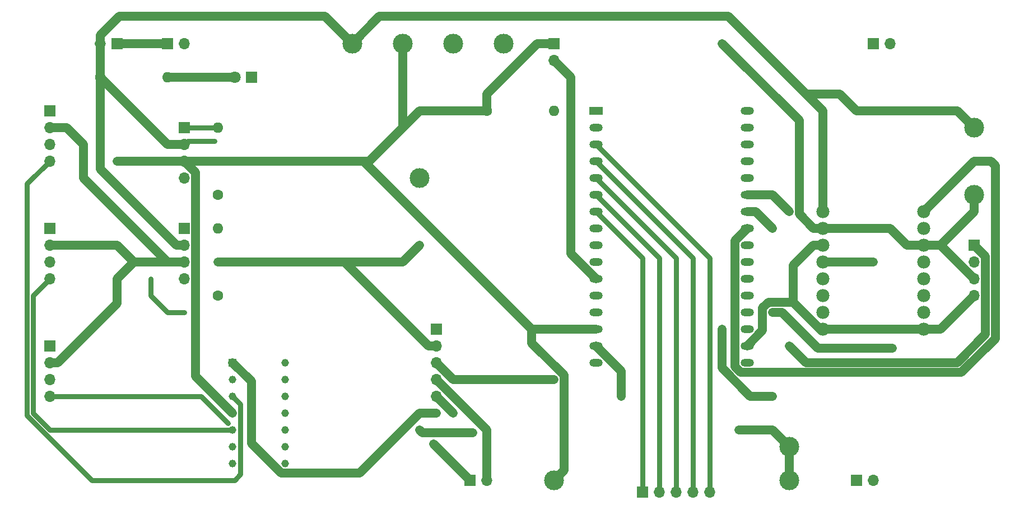
<source format=gtl>
%TF.GenerationSoftware,KiCad,Pcbnew,8.0.7*%
%TF.CreationDate,2025-09-21T15:12:51-04:00*%
%TF.ProjectId,buzzcar_main,62757a7a-6361-4725-9f6d-61696e2e6b69,rev?*%
%TF.SameCoordinates,Original*%
%TF.FileFunction,Copper,L1,Top*%
%TF.FilePolarity,Positive*%
%FSLAX46Y46*%
G04 Gerber Fmt 4.6, Leading zero omitted, Abs format (unit mm)*
G04 Created by KiCad (PCBNEW 8.0.7) date 2025-09-21 15:12:51*
%MOMM*%
%LPD*%
G01*
G04 APERTURE LIST*
%TA.AperFunction,ComponentPad*%
%ADD10R,2.000000X1.200000*%
%TD*%
%TA.AperFunction,ComponentPad*%
%ADD11O,2.000000X1.200000*%
%TD*%
%TA.AperFunction,ComponentPad*%
%ADD12C,1.600000*%
%TD*%
%TA.AperFunction,ComponentPad*%
%ADD13O,1.600000X1.600000*%
%TD*%
%TA.AperFunction,ComponentPad*%
%ADD14R,1.700000X1.700000*%
%TD*%
%TA.AperFunction,ComponentPad*%
%ADD15O,1.700000X1.700000*%
%TD*%
%TA.AperFunction,ComponentPad*%
%ADD16R,1.800000X1.800000*%
%TD*%
%TA.AperFunction,ComponentPad*%
%ADD17C,1.800000*%
%TD*%
%TA.AperFunction,ComponentPad*%
%ADD18C,3.000000*%
%TD*%
%TA.AperFunction,ComponentPad*%
%ADD19R,1.170000X1.170000*%
%TD*%
%TA.AperFunction,ComponentPad*%
%ADD20C,1.170000*%
%TD*%
%TA.AperFunction,ComponentPad*%
%ADD21C,1.980000*%
%TD*%
%TA.AperFunction,ViaPad*%
%ADD22C,0.600000*%
%TD*%
%TA.AperFunction,Conductor*%
%ADD23C,1.370000*%
%TD*%
%TA.AperFunction,Conductor*%
%ADD24C,0.780000*%
%TD*%
G04 APERTURE END LIST*
D10*
%TO.P,U1,1,3V3*%
%TO.N,unconnected-(U1-3V3-Pad1)*%
X107950000Y-33020000D03*
D11*
%TO.P,U1,2,EN/RESET*%
%TO.N,Net-(U1-EN{slash}RESET)*%
X107950000Y-35560000D03*
%TO.P,U1,3,GPIO4/MTMS*%
%TO.N,Net-(J12-Pin_5)*%
X107950000Y-38100000D03*
%TO.P,U1,4,GPIO5/MTDI*%
%TO.N,Net-(J12-Pin_4)*%
X107950000Y-40640000D03*
%TO.P,U1,5,GPIO6*%
%TO.N,Net-(J12-Pin_3)*%
X107950000Y-43180000D03*
%TO.P,U1,6,GPIO7*%
%TO.N,Net-(J12-Pin_2)*%
X107950000Y-45720000D03*
%TO.P,U1,7,GPIO0*%
%TO.N,Net-(J12-Pin_1)*%
X107950000Y-48260000D03*
%TO.P,U1,8,GPIO1*%
%TO.N,/sens_c*%
X107950000Y-50800000D03*
%TO.P,U1,9,GPIO8/BOOT*%
%TO.N,unconnected-(U1-GPIO8{slash}BOOT-Pad9)*%
X107950000Y-53340000D03*
%TO.P,U1,10,GPIO10*%
%TO.N,unconnected-(U1-GPIO10-Pad10)*%
X107950000Y-55880000D03*
%TO.P,U1,11,GPIO11*%
%TO.N,Net-(U1-GPIO11)*%
X107950000Y-58420000D03*
%TO.P,U1,12,GPIO2*%
%TO.N,/sens_b*%
X107950000Y-60960000D03*
%TO.P,U1,13,GPIO3*%
%TO.N,/sens_a*%
X107950000Y-63500000D03*
%TO.P,U1,14,5V*%
%TO.N,+5V*%
X107950000Y-66040000D03*
%TO.P,U1,15,GND*%
%TO.N,GND*%
X107950000Y-68580000D03*
%TO.P,U1,16,NC*%
%TO.N,unconnected-(U1-NC-Pad16)*%
X107950000Y-71120000D03*
%TO.P,U1,17,NC*%
%TO.N,unconnected-(U1-NC-Pad17)*%
X130810000Y-71120000D03*
%TO.P,U1,18,GND*%
%TO.N,GND*%
X130810000Y-68580000D03*
%TO.P,U1,19,GPIO12/USB_D-*%
%TO.N,unconnected-(U1-GPIO12{slash}USB_D--Pad19)*%
X130810000Y-66040000D03*
%TO.P,U1,20,GPIO13/USB_D+*%
%TO.N,unconnected-(U1-GPIO13{slash}USB_D+-Pad20)*%
X130810000Y-63500000D03*
%TO.P,U1,21,GND*%
%TO.N,unconnected-(U1-GND-Pad21)*%
X130810000Y-60960000D03*
%TO.P,U1,22,GPIO9/BOOT*%
%TO.N,unconnected-(U1-GPIO9{slash}BOOT-Pad22)*%
X130810000Y-58420000D03*
%TO.P,U1,23,GPIO18*%
%TO.N,unconnected-(U1-GPIO18-Pad23)*%
X130810000Y-55880000D03*
%TO.P,U1,24,GPIO19*%
%TO.N,/motor_b_pwm*%
X130810000Y-53340000D03*
%TO.P,U1,25,GPIO20*%
%TO.N,/motor_a_pwm*%
X130810000Y-50800000D03*
%TO.P,U1,26,GPIO21*%
%TO.N,/i2c_scn_scl*%
X130810000Y-48260000D03*
%TO.P,U1,27,GPIO22*%
%TO.N,/i2c_scn_sda*%
X130810000Y-45720000D03*
%TO.P,U1,28,GPIO23*%
%TO.N,/spk_sig*%
X130810000Y-43180000D03*
%TO.P,U1,29,GPIO15/JTAG*%
%TO.N,unconnected-(U1-GPIO15{slash}JTAG-Pad29)*%
X130810000Y-40640000D03*
%TO.P,U1,30,GPIO17/U0RXD*%
%TO.N,unconnected-(U1-GPIO17{slash}U0RXD-Pad30)*%
X130810000Y-38100000D03*
%TO.P,U1,31,GPIO16/U0TXD*%
%TO.N,unconnected-(U1-GPIO16{slash}U0TXD-Pad31)*%
X130810000Y-35560000D03*
%TO.P,U1,32,GND*%
%TO.N,GND*%
X130810000Y-33020000D03*
%TD*%
D12*
%TO.P,R1,1*%
%TO.N,+9V*%
X50800000Y-45720000D03*
D13*
%TO.P,R1,2*%
%TO.N,Net-(J2-Pin_1)*%
X50800000Y-35560000D03*
%TD*%
D14*
%TO.P,J8,1,Pin_1*%
%TO.N,/vo-*%
X88900000Y-88900000D03*
D15*
%TO.P,J8,2,Pin_2*%
%TO.N,/vo+*%
X91440000Y-88900000D03*
%TD*%
D14*
%TO.P,J9,1,Pin_1*%
%TO.N,+5V*%
X25400000Y-33020000D03*
D15*
%TO.P,J9,2,Pin_2*%
%TO.N,+3.3V*%
X25400000Y-35560000D03*
%TO.P,J9,3,Pin_3*%
%TO.N,GND*%
X25400000Y-38100000D03*
%TO.P,J9,4,Pin_4*%
%TO.N,/sig_c*%
X25400000Y-40640000D03*
%TD*%
D16*
%TO.P,D1,1,K*%
%TO.N,GND*%
X55880000Y-27940000D03*
D17*
%TO.P,D1,2,A*%
%TO.N,Net-(D1-A)*%
X53340000Y-27940000D03*
%TD*%
D12*
%TO.P,R4,1*%
%TO.N,+9V*%
X33020000Y-27940000D03*
D13*
%TO.P,R4,2*%
%TO.N,Net-(D1-A)*%
X43180000Y-27940000D03*
%TD*%
D14*
%TO.P,SW2,1,1*%
%TO.N,+5V*%
X101600000Y-22860000D03*
D15*
%TO.P,SW2,2,2*%
%TO.N,Net-(U1-GPIO11)*%
X101600000Y-25400000D03*
%TD*%
D18*
%TO.P,TP5,1,1*%
%TO.N,+9V*%
X165100000Y-35560000D03*
%TD*%
D19*
%TO.P,U2,1,1OUT*%
%TO.N,/sens_c*%
X53020000Y-71120000D03*
D20*
%TO.P,U2,2,1IN-*%
%TO.N,+3.3V*%
X53020000Y-73660000D03*
%TO.P,U2,3,1IN+*%
%TO.N,/sig_c*%
X53020000Y-76200000D03*
%TO.P,U2,4,VCC*%
%TO.N,+5V*%
X53020000Y-78740000D03*
%TO.P,U2,5,2IN+*%
%TO.N,/sig_b*%
X53020000Y-81280000D03*
%TO.P,U2,6,2IN-*%
%TO.N,+3.3V*%
X53020000Y-83820000D03*
%TO.P,U2,7,2OUT*%
%TO.N,/sens_b*%
X53020000Y-86360000D03*
%TO.P,U2,8,3OUT*%
%TO.N,/sens_a*%
X60960000Y-86360000D03*
%TO.P,U2,9,3IN-*%
%TO.N,+3.3V*%
X60960000Y-83820000D03*
%TO.P,U2,10,3IN+*%
%TO.N,/sig_a*%
X60960000Y-81280000D03*
%TO.P,U2,11,GND*%
%TO.N,GND*%
X60960000Y-78740000D03*
%TO.P,U2,12,4IN+*%
%TO.N,unconnected-(U2-4IN+-Pad12)*%
X60960000Y-76200000D03*
%TO.P,U2,13,4IN-*%
%TO.N,unconnected-(U2-4IN--Pad13)*%
X60960000Y-73660000D03*
%TO.P,U2,14,4OUT*%
%TO.N,unconnected-(U2-4OUT-Pad14)*%
X60960000Y-71120000D03*
%TD*%
D12*
%TO.P,R2,1*%
%TO.N,+9V*%
X50800000Y-60960000D03*
D13*
%TO.P,R2,2*%
%TO.N,Net-(J3-Pin_1)*%
X50800000Y-50800000D03*
%TD*%
D21*
%TO.P,U3,1,VM*%
%TO.N,+9V*%
X142240000Y-48260000D03*
%TO.P,U3,2,VCC*%
%TO.N,+3.3V*%
X142240000Y-50800000D03*
%TO.P,U3,3,GND*%
%TO.N,GND*%
X142240000Y-53340000D03*
%TO.P,U3,4,A01*%
%TO.N,Net-(J4-Pin_2)*%
X142240000Y-55880000D03*
%TO.P,U3,5,A02*%
%TO.N,Net-(J4-Pin_1)*%
X142240000Y-58420000D03*
%TO.P,U3,6,B02*%
%TO.N,Net-(J5-Pin_1)*%
X142240000Y-60960000D03*
%TO.P,U3,7,B01*%
%TO.N,Net-(J5-Pin_2)*%
X142240000Y-63500000D03*
%TO.P,U3,8,GND*%
%TO.N,GND*%
X142240000Y-66040000D03*
%TO.P,U3,9,GND*%
X157480000Y-66040000D03*
%TO.P,U3,10,PWMB*%
%TO.N,/motor_b_pwm*%
X157480000Y-63500000D03*
%TO.P,U3,11,BI2*%
%TO.N,GND*%
X157480000Y-60960000D03*
%TO.P,U3,12,BI1*%
%TO.N,+3.3V*%
X157480000Y-58420000D03*
%TO.P,U3,13,STBY*%
X157480000Y-55880000D03*
%TO.P,U3,14,AI1*%
X157480000Y-53340000D03*
%TO.P,U3,15,AI2*%
%TO.N,GND*%
X157480000Y-50800000D03*
%TO.P,U3,16,PWMA*%
%TO.N,/motor_a_pwm*%
X157480000Y-48260000D03*
%TD*%
D18*
%TO.P,TP10,1,1*%
%TO.N,Net-(U1-GPIO11)*%
X93980000Y-22860000D03*
%TD*%
D14*
%TO.P,J11,1,Pin_1*%
%TO.N,+5V*%
X25400000Y-68580000D03*
D15*
%TO.P,J11,2,Pin_2*%
%TO.N,+3.3V*%
X25400000Y-71120000D03*
%TO.P,J11,3,Pin_3*%
%TO.N,GND*%
X25400000Y-73660000D03*
%TO.P,J11,4,Pin_4*%
%TO.N,/sig_a*%
X25400000Y-76200000D03*
%TD*%
D18*
%TO.P,TP6,1,1*%
%TO.N,+3.3V*%
X165100000Y-45720000D03*
%TD*%
%TO.P,TP3,1,1*%
%TO.N,+5V*%
X78740000Y-22860000D03*
%TD*%
D14*
%TO.P,J3,1,Pin_1*%
%TO.N,Net-(J3-Pin_1)*%
X45720000Y-50800000D03*
D15*
%TO.P,J3,2,Pin_2*%
%TO.N,+9V*%
X45720000Y-53340000D03*
%TO.P,J3,3,Pin_3*%
%TO.N,+3.3V*%
X45720000Y-55880000D03*
%TO.P,J3,4,Pin_4*%
%TO.N,GND*%
X45720000Y-58420000D03*
%TD*%
D12*
%TO.P,R3,1*%
%TO.N,+5V*%
X91440000Y-33020000D03*
D13*
%TO.P,R3,2*%
%TO.N,Net-(U1-EN{slash}RESET)*%
X101600000Y-33020000D03*
%TD*%
D14*
%TO.P,SW1,1,A*%
%TO.N,Net-(J1-Pin_1)*%
X35560000Y-22860000D03*
D15*
%TO.P,SW1,2,B*%
%TO.N,+9V*%
X33020000Y-22860000D03*
%TD*%
D18*
%TO.P,TP8,1,1*%
%TO.N,GND*%
X137160000Y-88900000D03*
%TD*%
D14*
%TO.P,J6,1,Pin_1*%
%TO.N,/i2c_scn_sda*%
X165100000Y-53340000D03*
D15*
%TO.P,J6,2,Pin_2*%
%TO.N,/i2c_scn_scl*%
X165100000Y-55880000D03*
%TO.P,J6,3,Pin_3*%
%TO.N,+3.3V*%
X165100000Y-58420000D03*
%TO.P,J6,4,Pin_4*%
%TO.N,GND*%
X165100000Y-60960000D03*
%TD*%
D18*
%TO.P,TP2,1,1*%
%TO.N,GND*%
X81280000Y-43180000D03*
%TD*%
%TO.P,TP7,1,1*%
%TO.N,+5V*%
X101600000Y-88900000D03*
%TD*%
D14*
%TO.P,J7,1,Pin_1*%
%TO.N,GND*%
X83820000Y-66040000D03*
D15*
%TO.P,J7,2,Pin_2*%
%TO.N,+3.3V*%
X83820000Y-68580000D03*
%TO.P,J7,3,Pin_3*%
%TO.N,/spk_sig*%
X83820000Y-71120000D03*
%TO.P,J7,4,Pin_4*%
%TO.N,/vo+*%
X83820000Y-73660000D03*
%TO.P,J7,5,Pin_5*%
%TO.N,/vo-*%
X83820000Y-76200000D03*
%TD*%
D18*
%TO.P,TP9,1,1*%
%TO.N,GND*%
X137160000Y-83820000D03*
%TD*%
D14*
%TO.P,J1,1,Pin_1*%
%TO.N,Net-(J1-Pin_1)*%
X43180000Y-22860000D03*
D15*
%TO.P,J1,2,Pin_2*%
%TO.N,GND*%
X45720000Y-22860000D03*
%TD*%
D14*
%TO.P,J4,1,Pin_1*%
%TO.N,Net-(J4-Pin_1)*%
X149860000Y-22860000D03*
D15*
%TO.P,J4,2,Pin_2*%
%TO.N,Net-(J4-Pin_2)*%
X152400000Y-22860000D03*
%TD*%
D14*
%TO.P,J12,1,Pin_1*%
%TO.N,Net-(J12-Pin_1)*%
X115015000Y-90725000D03*
D15*
%TO.P,J12,2,Pin_2*%
%TO.N,Net-(J12-Pin_2)*%
X117555000Y-90725000D03*
%TO.P,J12,3,Pin_3*%
%TO.N,Net-(J12-Pin_3)*%
X120095000Y-90725000D03*
%TO.P,J12,4,Pin_4*%
%TO.N,Net-(J12-Pin_4)*%
X122635000Y-90725000D03*
%TO.P,J12,5,Pin_5*%
%TO.N,Net-(J12-Pin_5)*%
X125175000Y-90725000D03*
%TD*%
D18*
%TO.P,TP1,1,1*%
%TO.N,+9V*%
X71120000Y-22860000D03*
%TD*%
D14*
%TO.P,J5,1,Pin_1*%
%TO.N,Net-(J5-Pin_1)*%
X147320000Y-88900000D03*
D15*
%TO.P,J5,2,Pin_2*%
%TO.N,Net-(J5-Pin_2)*%
X149860000Y-88900000D03*
%TD*%
D14*
%TO.P,J10,1,Pin_1*%
%TO.N,+5V*%
X25400000Y-50800000D03*
D15*
%TO.P,J10,2,Pin_2*%
%TO.N,+3.3V*%
X25400000Y-53340000D03*
%TO.P,J10,3,Pin_3*%
%TO.N,GND*%
X25400000Y-55880000D03*
%TO.P,J10,4,Pin_4*%
%TO.N,/sig_b*%
X25400000Y-58420000D03*
%TD*%
D14*
%TO.P,J2,1,Pin_1*%
%TO.N,Net-(J2-Pin_1)*%
X45720000Y-35560000D03*
D15*
%TO.P,J2,2,Pin_2*%
%TO.N,+9V*%
X45720000Y-38100000D03*
%TO.P,J2,3,Pin_3*%
%TO.N,+5V*%
X45720000Y-40640000D03*
%TO.P,J2,4,Pin_4*%
%TO.N,GND*%
X45720000Y-43180000D03*
%TD*%
D18*
%TO.P,TP4,1,1*%
%TO.N,+3.3V*%
X86360000Y-22860000D03*
%TD*%
D22*
%TO.N,GND*%
X129540000Y-81280000D03*
X111760000Y-76200000D03*
%TO.N,+9V*%
X40640000Y-58420000D03*
X45720000Y-63500000D03*
%TO.N,+5V*%
X35560000Y-40640000D03*
%TO.N,+3.3V*%
X127000000Y-22860000D03*
X81280000Y-53340000D03*
X50800000Y-55880000D03*
%TO.N,Net-(J4-Pin_2)*%
X149860000Y-55880000D03*
%TO.N,/i2c_scn_sda*%
X137160000Y-48260000D03*
X137160000Y-68580000D03*
%TO.N,/i2c_scn_scl*%
X134620000Y-50800000D03*
X134620000Y-63500000D03*
X152758503Y-68938504D03*
%TO.N,/spk_sig*%
X101600000Y-73660000D03*
%TO.N,/vo-*%
X83396461Y-83396461D03*
X86360000Y-78740000D03*
%TO.N,/sens_a*%
X89323539Y-81703539D03*
X81280000Y-81280000D03*
%TO.N,/sens_c*%
X83820000Y-78740000D03*
%TO.N,/motor_b_pwm*%
X134620000Y-76200000D03*
X127000000Y-66040000D03*
%TO.N,/sig_a*%
X52349150Y-80289150D03*
%TO.N,+9V*%
X50317000Y-37617000D03*
%TD*%
D23*
%TO.N,GND*%
X160020000Y-66040000D02*
X165100000Y-60960000D01*
X137780078Y-62003000D02*
X137780078Y-56399851D01*
X133999922Y-62003000D02*
X137780078Y-62003000D01*
X137780078Y-62003000D02*
X141817078Y-66040000D01*
X140839929Y-53340000D02*
X142240000Y-53340000D01*
X133123000Y-66267000D02*
X133123000Y-62879922D01*
X134620000Y-81280000D02*
X137160000Y-83820000D01*
X137780078Y-56399851D02*
X140839929Y-53340000D01*
X130810000Y-68580000D02*
X133123000Y-66267000D01*
X141817078Y-66040000D02*
X142240000Y-66040000D01*
X129540000Y-81280000D02*
X134620000Y-81280000D01*
X157480000Y-66040000D02*
X160020000Y-66040000D01*
X133123000Y-62879922D02*
X133999922Y-62003000D01*
X111760000Y-76200000D02*
X111760000Y-72390000D01*
X137160000Y-83820000D02*
X137160000Y-88900000D01*
X142240000Y-66040000D02*
X157480000Y-66040000D01*
X111760000Y-72390000D02*
X107950000Y-68580000D01*
%TO.N,Net-(J1-Pin_1)*%
X35560000Y-22860000D02*
X43180000Y-22860000D01*
D24*
%TO.N,+9V*%
X40640000Y-60960000D02*
X40640000Y-58420000D01*
D23*
X35912919Y-18765000D02*
X67025000Y-18765000D01*
X44517919Y-53340000D02*
X45720000Y-53340000D01*
X33020000Y-27940000D02*
X43180000Y-38100000D01*
X33020000Y-41842081D02*
X44517919Y-53340000D01*
X33020000Y-21657919D02*
X35912919Y-18765000D01*
X139700000Y-30480000D02*
X142240000Y-33020000D01*
X67025000Y-18765000D02*
X71120000Y-22860000D01*
X33020000Y-27940000D02*
X33020000Y-41842081D01*
X75215000Y-18765000D02*
X127985000Y-18765000D01*
X139700000Y-30480000D02*
X144780000Y-30480000D01*
X142240000Y-48260000D02*
X142240000Y-33020000D01*
X162560000Y-33020000D02*
X165100000Y-35560000D01*
X33020000Y-22860000D02*
X33020000Y-27940000D01*
X144780000Y-30480000D02*
X147320000Y-33020000D01*
D24*
X43180000Y-63500000D02*
X40640000Y-60960000D01*
D23*
X33020000Y-22860000D02*
X33020000Y-21657919D01*
X127985000Y-18765000D02*
X139700000Y-30480000D01*
D24*
X45720000Y-63500000D02*
X43180000Y-63500000D01*
D23*
X43180000Y-38100000D02*
X45720000Y-38100000D01*
X71120000Y-22860000D02*
X75215000Y-18765000D01*
X147320000Y-33020000D02*
X162560000Y-33020000D01*
%TO.N,+5V*%
X98227100Y-66040000D02*
X98227100Y-68170022D01*
X45720000Y-40640000D02*
X72827100Y-40640000D01*
X45720000Y-40640000D02*
X47455000Y-42375000D01*
X47455000Y-73175000D02*
X53020000Y-78740000D01*
X91440000Y-30480000D02*
X99060000Y-22860000D01*
X47455000Y-42375000D02*
X47455000Y-73175000D01*
X78740000Y-35560000D02*
X81280000Y-33020000D01*
X91440000Y-33020000D02*
X91440000Y-30480000D01*
X98227100Y-66040000D02*
X107950000Y-66040000D01*
X72827100Y-40640000D02*
X73660000Y-40640000D01*
X98227100Y-68170022D02*
X103097000Y-73039922D01*
X81280000Y-33020000D02*
X91440000Y-33020000D01*
X73660000Y-40640000D02*
X78740000Y-35560000D01*
X72827100Y-40640000D02*
X98227100Y-66040000D01*
X99060000Y-22860000D02*
X101600000Y-22860000D01*
X45720000Y-40640000D02*
X35560000Y-40640000D01*
X103097000Y-87403000D02*
X101600000Y-88900000D01*
X103097000Y-73039922D02*
X103097000Y-87403000D01*
X78740000Y-35560000D02*
X78740000Y-22860000D01*
D24*
%TO.N,Net-(J2-Pin_1)*%
X45720000Y-35560000D02*
X50800000Y-35560000D01*
D23*
%TO.N,+3.3V*%
X35560000Y-53340000D02*
X25400000Y-53340000D01*
X138657000Y-34517000D02*
X138657000Y-48617071D01*
X38100000Y-55880000D02*
X35560000Y-58420000D01*
X165100000Y-48260000D02*
X165100000Y-45720000D01*
X43180000Y-55880000D02*
X30480000Y-43180000D01*
X127000000Y-22860000D02*
X138657000Y-34517000D01*
X27940000Y-35560000D02*
X25400000Y-35560000D01*
X140839929Y-50800000D02*
X142240000Y-50800000D01*
X45720000Y-55880000D02*
X43180000Y-55880000D01*
X35560000Y-58420000D02*
X35560000Y-62162081D01*
X45720000Y-55880000D02*
X38100000Y-55880000D01*
X69917919Y-55880000D02*
X78740000Y-55880000D01*
X160020000Y-53340000D02*
X165100000Y-48260000D01*
X157480000Y-53340000D02*
X160020000Y-53340000D01*
X157480000Y-53340000D02*
X154940000Y-53340000D01*
X152400000Y-50800000D02*
X142240000Y-50800000D01*
X82617919Y-68580000D02*
X83820000Y-68580000D01*
X26602081Y-71120000D02*
X25400000Y-71120000D01*
X69917919Y-55880000D02*
X82617919Y-68580000D01*
X160020000Y-53340000D02*
X165100000Y-58420000D01*
X50800000Y-55880000D02*
X69917919Y-55880000D01*
X154940000Y-53340000D02*
X152400000Y-50800000D01*
X78740000Y-55880000D02*
X81280000Y-53340000D01*
X30480000Y-43180000D02*
X30480000Y-38100000D01*
X138657000Y-48617071D02*
X140839929Y-50800000D01*
X35560000Y-62162081D02*
X26602081Y-71120000D01*
X38100000Y-55880000D02*
X35560000Y-53340000D01*
X30480000Y-38100000D02*
X27940000Y-35560000D01*
%TO.N,Net-(J4-Pin_2)*%
X149860000Y-55880000D02*
X142240000Y-55880000D01*
%TO.N,/i2c_scn_sda*%
X134620000Y-45720000D02*
X130810000Y-45720000D01*
X162560000Y-71120000D02*
X139700000Y-71120000D01*
X137160000Y-48260000D02*
X134620000Y-45720000D01*
X166835000Y-66845000D02*
X162560000Y-71120000D01*
X166835000Y-55075000D02*
X166835000Y-66845000D01*
X139700000Y-71120000D02*
X137160000Y-68580000D01*
X165100000Y-53340000D02*
X166835000Y-55075000D01*
%TO.N,/i2c_scn_scl*%
X136045635Y-63500000D02*
X134620000Y-63500000D01*
X134620000Y-50800000D02*
X132080000Y-48260000D01*
X141484139Y-68938504D02*
X136045635Y-63500000D01*
X152758503Y-68938504D02*
X141484139Y-68938504D01*
X132080000Y-48260000D02*
X130810000Y-48260000D01*
%TO.N,/spk_sig*%
X86360000Y-73660000D02*
X83820000Y-71120000D01*
X101600000Y-73660000D02*
X86360000Y-73660000D01*
%TO.N,/vo+*%
X91440000Y-81280000D02*
X91440000Y-88900000D01*
X83820000Y-73660000D02*
X91440000Y-81280000D01*
%TO.N,/vo-*%
X83820000Y-76200000D02*
X86360000Y-78740000D01*
X83396461Y-83396461D02*
X88900000Y-88900000D01*
%TO.N,Net-(U1-GPIO11)*%
X104140000Y-27940000D02*
X104140000Y-54610000D01*
X101600000Y-25400000D02*
X104140000Y-27940000D01*
X104140000Y-54610000D02*
X107950000Y-58420000D01*
D24*
%TO.N,Net-(J12-Pin_1)*%
X115015000Y-55325000D02*
X107950000Y-48260000D01*
X115015000Y-90725000D02*
X115015000Y-55325000D01*
%TO.N,Net-(J12-Pin_5)*%
X125175000Y-90725000D02*
X125175000Y-55325000D01*
X125175000Y-55325000D02*
X107950000Y-38100000D01*
%TO.N,Net-(J12-Pin_2)*%
X117555000Y-55325000D02*
X107950000Y-45720000D01*
X117555000Y-90725000D02*
X117555000Y-55325000D01*
D23*
%TO.N,/sens_a*%
X81703539Y-81703539D02*
X81280000Y-81280000D01*
X89323539Y-81703539D02*
X81703539Y-81703539D01*
D24*
%TO.N,Net-(J12-Pin_3)*%
X120095000Y-90725000D02*
X120095000Y-55325000D01*
X120095000Y-55325000D02*
X107950000Y-43180000D01*
D23*
%TO.N,/sens_c*%
X55880000Y-83358894D02*
X55880000Y-73980000D01*
X60351106Y-87830000D02*
X55880000Y-83358894D01*
X81280000Y-78740000D02*
X72190000Y-87830000D01*
X72190000Y-87830000D02*
X60351106Y-87830000D01*
X55880000Y-73980000D02*
X53020000Y-71120000D01*
X83820000Y-78740000D02*
X81280000Y-78740000D01*
D24*
%TO.N,Net-(J12-Pin_4)*%
X122635000Y-55325000D02*
X107950000Y-40640000D01*
X122635000Y-90725000D02*
X122635000Y-55325000D01*
D23*
%TO.N,/motor_a_pwm*%
X128925000Y-52685000D02*
X130810000Y-50800000D01*
X165100000Y-40640000D02*
X167640000Y-40640000D01*
X167640000Y-40640000D02*
X168332000Y-41332000D01*
X168332000Y-67465078D02*
X163180078Y-72617000D01*
X128925000Y-71735107D02*
X128925000Y-52685000D01*
X157480000Y-48260000D02*
X165100000Y-40640000D01*
X163180078Y-72617000D02*
X129806893Y-72617000D01*
X168332000Y-41332000D02*
X168332000Y-67465078D01*
X129806893Y-72617000D02*
X128925000Y-71735107D01*
%TO.N,/motor_b_pwm*%
X131272815Y-76200000D02*
X127000000Y-71927185D01*
X134620000Y-76200000D02*
X131272815Y-76200000D01*
X127000000Y-71927185D02*
X127000000Y-66040000D01*
%TO.N,Net-(D1-A)*%
X43180000Y-27940000D02*
X53340000Y-27940000D01*
D24*
%TO.N,/sig_c*%
X21953000Y-44087000D02*
X25400000Y-40640000D01*
X54222000Y-77402000D02*
X54222000Y-88018000D01*
X21953000Y-79115692D02*
X21953000Y-44087000D01*
X31737308Y-88900000D02*
X21953000Y-79115692D01*
X53020000Y-76200000D02*
X54222000Y-77402000D01*
X54222000Y-88018000D02*
X53340000Y-88900000D01*
X53340000Y-88900000D02*
X31737308Y-88900000D01*
%TO.N,/sig_b*%
X25400000Y-81280000D02*
X22860000Y-78740000D01*
X22860000Y-60960000D02*
X25400000Y-58420000D01*
X22860000Y-78740000D02*
X22860000Y-60960000D01*
X53020000Y-81280000D02*
X25400000Y-81280000D01*
%TO.N,/sig_a*%
X48260000Y-76200000D02*
X25400000Y-76200000D01*
X48260000Y-76200000D02*
X52349150Y-80289150D01*
%TO.N,+9V*%
X46203000Y-37617000D02*
X45720000Y-38100000D01*
X50317000Y-37617000D02*
X46203000Y-37617000D01*
%TD*%
M02*

</source>
